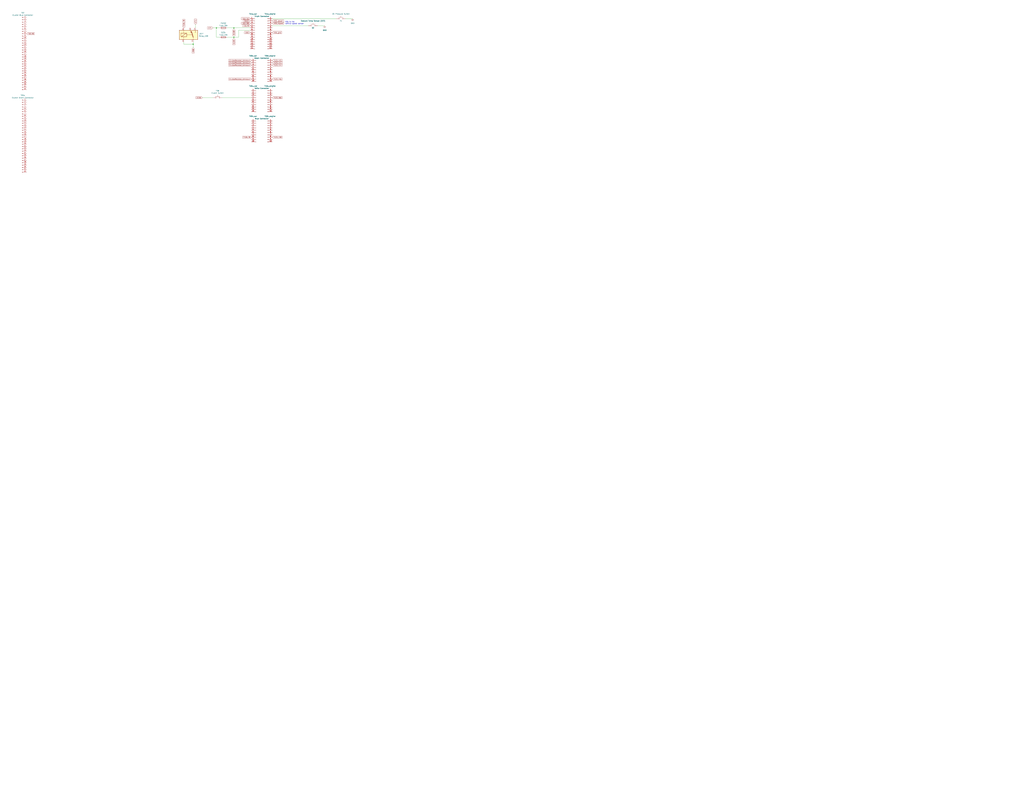
<source format=kicad_sch>
(kicad_sch (version 20230121) (generator eeschema)
  (paper "E")
  (lib_symbols
    (symbol "Connector:Conn_01x10_Pin" (pin_names (offset 1.016) hide)
      (property "Reference" "J" (at 0 12.7 0))
      (property "Value" "Conn_01x10_Pin" (at 0 -15.24 0))
      (symbol "Conn_01x10_Pin_1_1"
        (polyline (pts (xy 1.27 -12.7) (xy 0.8636 -12.7)) (stroke (width 0.1524)))
        (polyline (pts (xy 1.27 -10.16) (xy 0.8636 -10.16)) (stroke (width 0.1524)))
        (polyline (pts (xy 1.27 -7.62) (xy 0.8636 -7.62)) (stroke (width 0.1524)))
        (polyline (pts (xy 1.27 -5.08) (xy 0.8636 -5.08)) (stroke (width 0.1524)))
        (polyline (pts (xy 1.27 -2.54) (xy 0.8636 -2.54)) (stroke (width 0.1524)))
        (polyline (pts (xy 1.27 0) (xy 0.8636 0)) (stroke (width 0.1524)))
        (polyline (pts (xy 1.27 2.54) (xy 0.8636 2.54)) (stroke (width 0.1524)))
        (polyline (pts (xy 1.27 5.08) (xy 0.8636 5.08)) (stroke (width 0.1524)))
        (polyline (pts (xy 1.27 7.62) (xy 0.8636 7.62)) (stroke (width 0.1524)))
        (polyline (pts (xy 1.27 10.16) (xy 0.8636 10.16)) (stroke (width 0.1524)))
        (rectangle (start 0.8636 -12.573) (end 0 -12.827) (stroke (width 0.1524)) (fill (type outline)))
        (rectangle (start 0.8636 -10.033) (end 0 -10.287) (stroke (width 0.1524)) (fill (type outline)))
        (rectangle (start 0.8636 -7.493) (end 0 -7.747) (stroke (width 0.1524)) (fill (type outline)))
        (rectangle (start 0.8636 -4.953) (end 0 -5.207) (stroke (width 0.1524)) (fill (type outline)))
        (rectangle (start 0.8636 -2.413) (end 0 -2.667) (stroke (width 0.1524)) (fill (type outline)))
        (rectangle (start 0.8636 0.127) (end 0 -0.127) (stroke (width 0.1524)) (fill (type outline)))
        (rectangle (start 0.8636 2.667) (end 0 2.413) (stroke (width 0.1524)) (fill (type outline)))
        (rectangle (start 0.8636 5.207) (end 0 4.953) (stroke (width 0.1524)) (fill (type outline)))
        (rectangle (start 0.8636 7.747) (end 0 7.493) (stroke (width 0.1524)) (fill (type outline)))
        (rectangle (start 0.8636 10.287) (end 0 10.033) (stroke (width 0.1524)) (fill (type outline)))
        (pin passive line (at 5.08 10.16 180) (length 3.81) (name "Pin_1") (number "1"))
        (pin passive line (at 5.08 -12.7 180) (length 3.81) (name "Pin_10") (number "10"))
        (pin passive line (at 5.08 7.62 180) (length 3.81) (name "Pin_2") (number "2"))
        (pin passive line (at 5.08 5.08 180) (length 3.81) (name "Pin_3") (number "3"))
        (pin passive line (at 5.08 2.54 180) (length 3.81) (name "Pin_4") (number "4"))
        (pin passive line (at 5.08 0 180) (length 3.81) (name "Pin_5") (number "5"))
        (pin passive line (at 5.08 -2.54 180) (length 3.81) (name "Pin_6") (number "6"))
        (pin passive line (at 5.08 -5.08 180) (length 3.81) (name "Pin_7") (number "7"))
        (pin passive line (at 5.08 -7.62 180) (length 3.81) (name "Pin_8") (number "8"))
        (pin passive line (at 5.08 -10.16 180) (length 3.81) (name "Pin_9") (number "9"))
      )
    )
    (symbol "Connector:Conn_01x10_Socket" (pin_names (offset 1.016) hide)
      (property "Reference" "J" (at 0 12.7 0))
      (property "Value" "Conn_01x10_Socket" (at 0 -15.24 0))
      (symbol "Conn_01x10_Socket_1_1"
        (arc (start 0 -12.192) (mid -0.5058 -12.7) (end 0 -13.208) (stroke (width 0.1524)))
        (arc (start 0 -9.652) (mid -0.5058 -10.16) (end 0 -10.668) (stroke (width 0.1524)))
        (arc (start 0 -7.112) (mid -0.5058 -7.62) (end 0 -8.128) (stroke (width 0.1524)))
        (arc (start 0 -4.572) (mid -0.5058 -5.08) (end 0 -5.588) (stroke (width 0.1524)))
        (arc (start 0 -2.032) (mid -0.5058 -2.54) (end 0 -3.048) (stroke (width 0.1524)))
        (polyline (pts (xy -1.27 -12.7) (xy -0.508 -12.7)) (stroke (width 0.1524)))
        (polyline (pts (xy -1.27 -10.16) (xy -0.508 -10.16)) (stroke (width 0.1524)))
        (polyline (pts (xy -1.27 -7.62) (xy -0.508 -7.62)) (stroke (width 0.1524)))
        (polyline (pts (xy -1.27 -5.08) (xy -0.508 -5.08)) (stroke (width 0.1524)))
        (polyline (pts (xy -1.27 -2.54) (xy -0.508 -2.54)) (stroke (width 0.1524)))
        (polyline (pts (xy -1.27 0) (xy -0.508 0)) (stroke (width 0.1524)))
        (polyline (pts (xy -1.27 2.54) (xy -0.508 2.54)) (stroke (width 0.1524)))
        (polyline (pts (xy -1.27 5.08) (xy -0.508 5.08)) (stroke (width 0.1524)))
        (polyline (pts (xy -1.27 7.62) (xy -0.508 7.62)) (stroke (width 0.1524)))
        (polyline (pts (xy -1.27 10.16) (xy -0.508 10.16)) (stroke (width 0.1524)))
        (arc (start 0 0.508) (mid -0.5058 0) (end 0 -0.508) (stroke (width 0.1524)))
        (arc (start 0 3.048) (mid -0.5058 2.54) (end 0 2.032) (stroke (width 0.1524)))
        (arc (start 0 5.588) (mid -0.5058 5.08) (end 0 4.572) (stroke (width 0.1524)))
        (arc (start 0 8.128) (mid -0.5058 7.62) (end 0 7.112) (stroke (width 0.1524)))
        (arc (start 0 10.668) (mid -0.5058 10.16) (end 0 9.652) (stroke (width 0.1524)))
        (pin passive line (at -5.08 10.16 0) (length 3.81) (name "Pin_1") (number "1"))
        (pin passive line (at -5.08 -12.7 0) (length 3.81) (name "Pin_10") (number "10"))
        (pin passive line (at -5.08 7.62 0) (length 3.81) (name "Pin_2") (number "2"))
        (pin passive line (at -5.08 5.08 0) (length 3.81) (name "Pin_3") (number "3"))
        (pin passive line (at -5.08 2.54 0) (length 3.81) (name "Pin_4") (number "4"))
        (pin passive line (at -5.08 0 0) (length 3.81) (name "Pin_5") (number "5"))
        (pin passive line (at -5.08 -2.54 0) (length 3.81) (name "Pin_6") (number "6"))
        (pin passive line (at -5.08 -5.08 0) (length 3.81) (name "Pin_7") (number "7"))
        (pin passive line (at -5.08 -7.62 0) (length 3.81) (name "Pin_8") (number "8"))
        (pin passive line (at -5.08 -10.16 0) (length 3.81) (name "Pin_9") (number "9"))
      )
    )
    (symbol "Connector:Conn_01x14_Pin" (pin_names (offset 1.016) hide)
      (property "Reference" "J" (at 0 17.78 0))
      (property "Value" "Conn_01x14_Pin" (at 0 -20.32 0))
      (symbol "Conn_01x14_Pin_1_1"
        (polyline (pts (xy 1.27 -17.78) (xy 0.8636 -17.78)) (stroke (width 0.1524)))
        (polyline (pts (xy 1.27 -15.24) (xy 0.8636 -15.24)) (stroke (width 0.1524)))
        (polyline (pts (xy 1.27 -12.7) (xy 0.8636 -12.7)) (stroke (width 0.1524)))
        (polyline (pts (xy 1.27 -10.16) (xy 0.8636 -10.16)) (stroke (width 0.1524)))
        (polyline (pts (xy 1.27 -7.62) (xy 0.8636 -7.62)) (stroke (width 0.1524)))
        (polyline (pts (xy 1.27 -5.08) (xy 0.8636 -5.08)) (stroke (width 0.1524)))
        (polyline (pts (xy 1.27 -2.54) (xy 0.8636 -2.54)) (stroke (width 0.1524)))
        (polyline (pts (xy 1.27 0) (xy 0.8636 0)) (stroke (width 0.1524)))
        (polyline (pts (xy 1.27 2.54) (xy 0.8636 2.54)) (stroke (width 0.1524)))
        (polyline (pts (xy 1.27 5.08) (xy 0.8636 5.08)) (stroke (width 0.1524)))
        (polyline (pts (xy 1.27 7.62) (xy 0.8636 7.62)) (stroke (width 0.1524)))
        (polyline (pts (xy 1.27 10.16) (xy 0.8636 10.16)) (stroke (width 0.1524)))
        (polyline (pts (xy 1.27 12.7) (xy 0.8636 12.7)) (stroke (width 0.1524)))
        (polyline (pts (xy 1.27 15.24) (xy 0.8636 15.24)) (stroke (width 0.1524)))
        (rectangle (start 0.8636 -17.653) (end 0 -17.907) (stroke (width 0.1524)) (fill (type outline)))
        (rectangle (start 0.8636 -15.113) (end 0 -15.367) (stroke (width 0.1524)) (fill (type outline)))
        (rectangle (start 0.8636 -12.573) (end 0 -12.827) (stroke (width 0.1524)) (fill (type outline)))
        (rectangle (start 0.8636 -10.033) (end 0 -10.287) (stroke (width 0.1524)) (fill (type outline)))
        (rectangle (start 0.8636 -7.493) (end 0 -7.747) (stroke (width 0.1524)) (fill (type outline)))
        (rectangle (start 0.8636 -4.953) (end 0 -5.207) (stroke (width 0.1524)) (fill (type outline)))
        (rectangle (start 0.8636 -2.413) (end 0 -2.667) (stroke (width 0.1524)) (fill (type outline)))
        (rectangle (start 0.8636 0.127) (end 0 -0.127) (stroke (width 0.1524)) (fill (type outline)))
        (rectangle (start 0.8636 2.667) (end 0 2.413) (stroke (width 0.1524)) (fill (type outline)))
        (rectangle (start 0.8636 5.207) (end 0 4.953) (stroke (width 0.1524)) (fill (type outline)))
        (rectangle (start 0.8636 7.747) (end 0 7.493) (stroke (width 0.1524)) (fill (type outline)))
        (rectangle (start 0.8636 10.287) (end 0 10.033) (stroke (width 0.1524)) (fill (type outline)))
        (rectangle (start 0.8636 12.827) (end 0 12.573) (stroke (width 0.1524)) (fill (type outline)))
        (rectangle (start 0.8636 15.367) (end 0 15.113) (stroke (width 0.1524)) (fill (type outline)))
        (pin passive line (at 5.08 15.24 180) (length 3.81) (name "Pin_1") (number "1"))
        (pin passive line (at 5.08 -7.62 180) (length 3.81) (name "Pin_10") (number "10"))
        (pin passive line (at 5.08 -10.16 180) (length 3.81) (name "Pin_11") (number "11"))
        (pin passive line (at 5.08 -12.7 180) (length 3.81) (name "Pin_12") (number "12"))
        (pin passive line (at 5.08 -15.24 180) (length 3.81) (name "Pin_13") (number "13"))
        (pin passive line (at 5.08 -17.78 180) (length 3.81) (name "Pin_14") (number "14"))
        (pin passive line (at 5.08 12.7 180) (length 3.81) (name "Pin_2") (number "2"))
        (pin passive line (at 5.08 10.16 180) (length 3.81) (name "Pin_3") (number "3"))
        (pin passive line (at 5.08 7.62 180) (length 3.81) (name "Pin_4") (number "4"))
        (pin passive line (at 5.08 5.08 180) (length 3.81) (name "Pin_5") (number "5"))
        (pin passive line (at 5.08 2.54 180) (length 3.81) (name "Pin_6") (number "6"))
        (pin passive line (at 5.08 0 180) (length 3.81) (name "Pin_7") (number "7"))
        (pin passive line (at 5.08 -2.54 180) (length 3.81) (name "Pin_8") (number "8"))
        (pin passive line (at 5.08 -5.08 180) (length 3.81) (name "Pin_9") (number "9"))
      )
    )
    (symbol "Connector:Conn_01x14_Socket" (pin_names (offset 1.016) hide)
      (property "Reference" "J" (at 0 17.78 0))
      (property "Value" "Conn_01x14_Socket" (at 0 -20.32 0))
      (symbol "Conn_01x14_Socket_1_1"
        (arc (start 0 -17.272) (mid -0.5058 -17.78) (end 0 -18.288) (stroke (width 0.1524)))
        (arc (start 0 -14.732) (mid -0.5058 -15.24) (end 0 -15.748) (stroke (width 0.1524)))
        (arc (start 0 -12.192) (mid -0.5058 -12.7) (end 0 -13.208) (stroke (width 0.1524)))
        (arc (start 0 -9.652) (mid -0.5058 -10.16) (end 0 -10.668) (stroke (width 0.1524)))
        (arc (start 0 -7.112) (mid -0.5058 -7.62) (end 0 -8.128) (stroke (width 0.1524)))
        (arc (start 0 -4.572) (mid -0.5058 -5.08) (end 0 -5.588) (stroke (width 0.1524)))
        (arc (start 0 -2.032) (mid -0.5058 -2.54) (end 0 -3.048) (stroke (width 0.1524)))
        (polyline (pts (xy -1.27 -17.78) (xy -0.508 -17.78)) (stroke (width 0.1524)))
        (polyline (pts (xy -1.27 -15.24) (xy -0.508 -15.24)) (stroke (width 0.1524)))
        (polyline (pts (xy -1.27 -12.7) (xy -0.508 -12.7)) (stroke (width 0.1524)))
        (polyline (pts (xy -1.27 -10.16) (xy -0.508 -10.16)) (stroke (width 0.1524)))
        (polyline (pts (xy -1.27 -7.62) (xy -0.508 -7.62)) (stroke (width 0.1524)))
        (polyline (pts (xy -1.27 -5.08) (xy -0.508 -5.08)) (stroke (width 0.1524)))
        (polyline (pts (xy -1.27 -2.54) (xy -0.508 -2.54)) (stroke (width 0.1524)))
        (polyline (pts (xy -1.27 0) (xy -0.508 0)) (stroke (width 0.1524)))
        (polyline (pts (xy -1.27 2.54) (xy -0.508 2.54)) (stroke (width 0.1524)))
        (polyline (pts (xy -1.27 5.08) (xy -0.508 5.08)) (stroke (width 0.1524)))
        (polyline (pts (xy -1.27 7.62) (xy -0.508 7.62)) (stroke (width 0.1524)))
        (polyline (pts (xy -1.27 10.16) (xy -0.508 10.16)) (stroke (width 0.1524)))
        (polyline (pts (xy -1.27 12.7) (xy -0.508 12.7)) (stroke (width 0.1524)))
        (polyline (pts (xy -1.27 15.24) (xy -0.508 15.24)) (stroke (width 0.1524)))
        (arc (start 0 0.508) (mid -0.5058 0) (end 0 -0.508) (stroke (width 0.1524)))
        (arc (start 0 3.048) (mid -0.5058 2.54) (end 0 2.032) (stroke (width 0.1524)))
        (arc (start 0 5.588) (mid -0.5058 5.08) (end 0 4.572) (stroke (width 0.1524)))
        (arc (start 0 8.128) (mid -0.5058 7.62) (end 0 7.112) (stroke (width 0.1524)))
        (arc (start 0 10.668) (mid -0.5058 10.16) (end 0 9.652) (stroke (width 0.1524)))
        (arc (start 0 13.208) (mid -0.5058 12.7) (end 0 12.192) (stroke (width 0.1524)))
        (arc (start 0 15.748) (mid -0.5058 15.24) (end 0 14.732) (stroke (width 0.1524)))
        (pin passive line (at -5.08 15.24 0) (length 3.81) (name "Pin_1") (number "1"))
        (pin passive line (at -5.08 -7.62 0) (length 3.81) (name "Pin_10") (number "10"))
        (pin passive line (at -5.08 -10.16 0) (length 3.81) (name "Pin_11") (number "11"))
        (pin passive line (at -5.08 -12.7 0) (length 3.81) (name "Pin_12") (number "12"))
        (pin passive line (at -5.08 -15.24 0) (length 3.81) (name "Pin_13") (number "13"))
        (pin passive line (at -5.08 -17.78 0) (length 3.81) (name "Pin_14") (number "14"))
        (pin passive line (at -5.08 12.7 0) (length 3.81) (name "Pin_2") (number "2"))
        (pin passive line (at -5.08 10.16 0) (length 3.81) (name "Pin_3") (number "3"))
        (pin passive line (at -5.08 7.62 0) (length 3.81) (name "Pin_4") (number "4"))
        (pin passive line (at -5.08 5.08 0) (length 3.81) (name "Pin_5") (number "5"))
        (pin passive line (at -5.08 2.54 0) (length 3.81) (name "Pin_6") (number "6"))
        (pin passive line (at -5.08 0 0) (length 3.81) (name "Pin_7") (number "7"))
        (pin passive line (at -5.08 -2.54 0) (length 3.81) (name "Pin_8") (number "8"))
        (pin passive line (at -5.08 -5.08 0) (length 3.81) (name "Pin_9") (number "9"))
      )
    )
    (symbol "Connector:Conn_01x32_Pin" (pin_names (offset 1.016) hide)
      (property "Reference" "J" (at 0 40.64 0))
      (property "Value" "Conn_01x32_Pin" (at 0 -43.18 0))
      (symbol "Conn_01x32_Pin_1_1"
        (polyline (pts (xy 1.27 -40.64) (xy 0.8636 -40.64)) (stroke (width 0.1524)))
        (polyline (pts (xy 1.27 -38.1) (xy 0.8636 -38.1)) (stroke (width 0.1524)))
        (polyline (pts (xy 1.27 -35.56) (xy 0.8636 -35.56)) (stroke (width 0.1524)))
        (polyline (pts (xy 1.27 -33.02) (xy 0.8636 -33.02)) (stroke (width 0.1524)))
        (polyline (pts (xy 1.27 -30.48) (xy 0.8636 -30.48)) (stroke (width 0.1524)))
        (polyline (pts (xy 1.27 -27.94) (xy 0.8636 -27.94)) (stroke (width 0.1524)))
        (polyline (pts (xy 1.27 -25.4) (xy 0.8636 -25.4)) (stroke (width 0.1524)))
        (polyline (pts (xy 1.27 -22.86) (xy 0.8636 -22.86)) (stroke (width 0.1524)))
        (polyline (pts (xy 1.27 -20.32) (xy 0.8636 -20.32)) (stroke (width 0.1524)))
        (polyline (pts (xy 1.27 -17.78) (xy 0.8636 -17.78)) (stroke (width 0.1524)))
        (polyline (pts (xy 1.27 -15.24) (xy 0.8636 -15.24)) (stroke (width 0.1524)))
        (polyline (pts (xy 1.27 -12.7) (xy 0.8636 -12.7)) (stroke (width 0.1524)))
        (polyline (pts (xy 1.27 -10.16) (xy 0.8636 -10.16)) (stroke (width 0.1524)))
        (polyline (pts (xy 1.27 -7.62) (xy 0.8636 -7.62)) (stroke (width 0.1524)))
        (polyline (pts (xy 1.27 -5.08) (xy 0.8636 -5.08)) (stroke (width 0.1524)))
        (polyline (pts (xy 1.27 -2.54) (xy 0.8636 -2.54)) (stroke (width 0.1524)))
        (polyline (pts (xy 1.27 0) (xy 0.8636 0)) (stroke (width 0.1524)))
        (polyline (pts (xy 1.27 2.54) (xy 0.8636 2.54)) (stroke (width 0.1524)))
        (polyline (pts (xy 1.27 5.08) (xy 0.8636 5.08)) (stroke (width 0.1524)))
        (polyline (pts (xy 1.27 7.62) (xy 0.8636 7.62)) (stroke (width 0.1524)))
        (polyline (pts (xy 1.27 10.16) (xy 0.8636 10.16)) (stroke (width 0.1524)))
        (polyline (pts (xy 1.27 12.7) (xy 0.8636 12.7)) (stroke (width 0.1524)))
        (polyline (pts (xy 1.27 15.24) (xy 0.8636 15.24)) (stroke (width 0.1524)))
        (polyline (pts (xy 1.27 17.78) (xy 0.8636 17.78)) (stroke (width 0.1524)))
        (polyline (pts (xy 1.27 20.32) (xy 0.8636 20.32)) (stroke (width 0.1524)))
        (polyline (pts (xy 1.27 22.86) (xy 0.8636 22.86)) (stroke (width 0.1524)))
        (polyline (pts (xy 1.27 25.4) (xy 0.8636 25.4)) (stroke (width 0.1524)))
        (polyline (pts (xy 1.27 27.94) (xy 0.8636 27.94)) (stroke (width 0.1524)))
        (polyline (pts (xy 1.27 30.48) (xy 0.8636 30.48)) (stroke (width 0.1524)))
        (polyline (pts (xy 1.27 33.02) (xy 0.8636 33.02)) (stroke (width 0.1524)))
        (polyline (pts (xy 1.27 35.56) (xy 0.8636 35.56)) (stroke (width 0.1524)))
        (polyline (pts (xy 1.27 38.1) (xy 0.8636 38.1)) (stroke (width 0.1524)))
        (rectangle (start 0.8636 -40.513) (end 0 -40.767) (stroke (width 0.1524)) (fill (type outline)))
        (rectangle (start 0.8636 -37.973) (end 0 -38.227) (stroke (width 0.1524)) (fill (type outline)))
        (rectangle (start 0.8636 -35.433) (end 0 -35.687) (stroke (width 0.1524)) (fill (type outline)))
        (rectangle (start 0.8636 -32.893) (end 0 -33.147) (stroke (width 0.1524)) (fill (type outline)))
        (rectangle (start 0.8636 -30.353) (end 0 -30.607) (stroke (width 0.1524)) (fill (type outline)))
        (rectangle (start 0.8636 -27.813) (end 0 -28.067) (stroke (width 0.1524)) (fill (type outline)))
        (rectangle (start 0.8636 -25.273) (end 0 -25.527) (stroke (width 0.1524)) (fill (type outline)))
        (rectangle (start 0.8636 -22.733) (end 0 -22.987) (stroke (width 0.1524)) (fill (type outline)))
        (rectangle (start 0.8636 -20.193) (end 0 -20.447) (stroke (width 0.1524)) (fill (type outline)))
        (rectangle (start 0.8636 -17.653) (end 0 -17.907) (stroke (width 0.1524)) (fill (type outline)))
        (rectangle (start 0.8636 -15.113) (end 0 -15.367) (stroke (width 0.1524)) (fill (type outline)))
        (rectangle (start 0.8636 -12.573) (end 0 -12.827) (stroke (width 0.1524)) (fill (type outline)))
        (rectangle (start 0.8636 -10.033) (end 0 -10.287) (stroke (width 0.1524)) (fill (type outline)))
        (rectangle (start 0.8636 -7.493) (end 0 -7.747) (stroke (width 0.1524)) (fill (type outline)))
        (rectangle (start 0.8636 -4.953) (end 0 -5.207) (stroke (width 0.1524)) (fill (type outline)))
        (rectangle (start 0.8636 -2.413) (end 0 -2.667) (stroke (width 0.1524)) (fill (type outline)))
        (rectangle (start 0.8636 0.127) (end 0 -0.127) (stroke (width 0.1524)) (fill (type outline)))
        (rectangle (start 0.8636 2.667) (end 0 2.413) (stroke (width 0.1524)) (fill (type outline)))
        (rectangle (start 0.8636 5.207) (end 0 4.953) (stroke (width 0.1524)) (fill (type outline)))
        (rectangle (start 0.8636 7.747) (end 0 7.493) (stroke (width 0.1524)) (fill (type outline)))
        (rectangle (start 0.8636 10.287) (end 0 10.033) (stroke (width 0.1524)) (fill (type outline)))
        (rectangle (start 0.8636 12.827) (end 0 12.573) (stroke (width 0.1524)) (fill (type outline)))
        (rectangle (start 0.8636 15.367) (end 0 15.113) (stroke (width 0.1524)) (fill (type outline)))
        (rectangle (start 0.8636 17.907) (end 0 17.653) (stroke (width 0.1524)) (fill (type outline)))
        (rectangle (start 0.8636 20.447) (end 0 20.193) (stroke (width 0.1524)) (fill (type outline)))
        (rectangle (start 0.8636 22.987) (end 0 22.733) (stroke (width 0.1524)) (fill (type outline)))
        (rectangle (start 0.8636 25.527) (end 0 25.273) (stroke (width 0.1524)) (fill (type outline)))
        (rectangle (start 0.8636 28.067) (end 0 27.813) (stroke (width 0.1524)) (fill (type outline)))
        (rectangle (start 0.8636 30.607) (end 0 30.353) (stroke (width 0.1524)) (fill (type outline)))
        (rectangle (start 0.8636 33.147) (end 0 32.893) (stroke (width 0.1524)) (fill (type outline)))
        (rectangle (start 0.8636 35.687) (end 0 35.433) (stroke (width 0.1524)) (fill (type outline)))
        (rectangle (start 0.8636 38.227) (end 0 37.973) (stroke (width 0.1524)) (fill (type outline)))
        (pin passive line (at 5.08 38.1 180) (length 3.81) (name "Pin_1") (number "1"))
        (pin passive line (at 5.08 15.24 180) (length 3.81) (name "Pin_10") (number "10"))
        (pin passive line (at 5.08 12.7 180) (length 3.81) (name "Pin_11") (number "11"))
        (pin passive line (at 5.08 10.16 180) (length 3.81) (name "Pin_12") (number "12"))
        (pin passive line (at 5.08 7.62 180) (length 3.81) (name "Pin_13") (number "13"))
        (pin passive line (at 5.08 5.08 180) (length 3.81) (name "Pin_14") (number "14"))
        (pin passive line (at 5.08 2.54 180) (length 3.81) (name "Pin_15") (number "15"))
        (pin passive line (at 5.08 0 180) (length 3.81) (name "Pin_16") (number "16"))
        (pin passive line (at 5.08 -2.54 180) (length 3.81) (name "Pin_17") (number "17"))
        (pin passive line (at 5.08 -5.08 180) (length 3.81) (name "Pin_18") (number "18"))
        (pin passive line (at 5.08 -7.62 180) (length 3.81) (name "Pin_19") (number "19"))
        (pin passive line (at 5.08 35.56 180) (length 3.81) (name "Pin_2") (number "2"))
        (pin passive line (at 5.08 -10.16 180) (length 3.81) (name "Pin_20") (number "20"))
        (pin passive line (at 5.08 -12.7 180) (length 3.81) (name "Pin_21") (number "21"))
        (pin passive line (at 5.08 -15.24 180) (length 3.81) (name "Pin_22") (number "22"))
        (pin passive line (at 5.08 -17.78 180) (length 3.81) (name "Pin_23") (number "23"))
        (pin passive line (at 5.08 -20.32 180) (length 3.81) (name "Pin_24") (number "24"))
        (pin passive line (at 5.08 -22.86 180) (length 3.81) (name "Pin_25") (number "25"))
        (pin passive line (at 5.08 -25.4 180) (length 3.81) (name "Pin_26") (number "26"))
        (pin passive line (at 5.08 -27.94 180) (length 3.81) (name "Pin_27") (number "27"))
        (pin passive line (at 5.08 -30.48 180) (length 3.81) (name "Pin_28") (number "28"))
        (pin passive line (at 5.08 -33.02 180) (length 3.81) (name "Pin_29") (number "29"))
        (pin passive line (at 5.08 33.02 180) (length 3.81) (name "Pin_3") (number "3"))
        (pin passive line (at 5.08 -35.56 180) (length 3.81) (name "Pin_30") (number "30"))
        (pin passive line (at 5.08 -38.1 180) (length 3.81) (name "Pin_31") (number "31"))
        (pin passive line (at 5.08 -40.64 180) (length 3.81) (name "Pin_32") (number "32"))
        (pin passive line (at 5.08 30.48 180) (length 3.81) (name "Pin_4") (number "4"))
        (pin passive line (at 5.08 27.94 180) (length 3.81) (name "Pin_5") (number "5"))
        (pin passive line (at 5.08 25.4 180) (length 3.81) (name "Pin_6") (number "6"))
        (pin passive line (at 5.08 22.86 180) (length 3.81) (name "Pin_7") (number "7"))
        (pin passive line (at 5.08 20.32 180) (length 3.81) (name "Pin_8") (number "8"))
        (pin passive line (at 5.08 17.78 180) (length 3.81) (name "Pin_9") (number "9"))
      )
    )
    (symbol "Device:Fuse" (pin_numbers hide) (pin_names (offset 0))
      (property "Reference" "F" (at 2.032 0 90))
      (property "Value" "Fuse" (at -1.905 0 90))
      (symbol "Fuse_0_1"
        (rectangle (start -0.762 -2.54) (end 0.762 2.54) (stroke (width 0.254)))
        (polyline (pts (xy 0 2.54) (xy 0 -2.54)))
      )
      (symbol "Fuse_1_1"
        (pin passive line (at 0 3.81 270) (length 1.27) (name "~") (number "1"))
        (pin passive line (at 0 -3.81 90) (length 1.27) (name "~") (number "2"))
      )
    )
    (symbol "Relay:Relay_SPDT"
      (property "Reference" "K" (at 11.43 3.81 0))
      (property "Value" "Relay_SPDT" (at 11.43 1.27 0))
      (symbol "Relay_SPDT_0_0"
        (polyline (pts (xy 7.62 5.08) (xy 7.62 2.54) (xy 6.985 3.175) (xy 7.62 3.81)))
      )
      (symbol "Relay_SPDT_0_1"
        (rectangle (start -10.16 5.08) (end 10.16 -5.08) (stroke (width 0.254)) (fill (type background)))
        (rectangle (start -8.255 1.905) (end -1.905 -1.905) (stroke (width 0.254)))
        (polyline (pts (xy -7.62 -1.905) (xy -2.54 1.905)) (stroke (width 0.254)))
        (polyline (pts (xy -5.08 -5.08) (xy -5.08 -1.905)))
        (polyline (pts (xy -5.08 5.08) (xy -5.08 1.905)))
        (polyline (pts (xy -1.905 0) (xy -1.27 0)) (stroke (width 0.254)))
        (polyline (pts (xy -0.635 0) (xy 0 0)) (stroke (width 0.254)))
        (polyline (pts (xy 0.635 0) (xy 1.27 0)) (stroke (width 0.254)))
        (polyline (pts (xy 1.905 0) (xy 2.54 0)) (stroke (width 0.254)))
        (polyline (pts (xy 3.175 0) (xy 3.81 0)) (stroke (width 0.254)))
        (polyline (pts (xy 5.08 -2.54) (xy 3.175 3.81)) (stroke (width 0.508)))
        (polyline (pts (xy 5.08 -2.54) (xy 5.08 -5.08)))
        (polyline (pts (xy 2.54 5.08) (xy 2.54 2.54) (xy 3.175 3.175) (xy 2.54 3.81)) (fill (type outline)))
      )
      (symbol "Relay_SPDT_1_1"
        (pin passive line (at 5.08 -7.62 90) (length 2.54) (name "~") (number "11"))
        (pin passive line (at 2.54 7.62 270) (length 2.54) (name "~") (number "12"))
        (pin passive line (at 7.62 7.62 270) (length 2.54) (name "~") (number "14"))
        (pin passive line (at -5.08 7.62 270) (length 2.54) (name "~") (number "A1"))
        (pin passive line (at -5.08 -7.62 90) (length 2.54) (name "~") (number "A2"))
      )
    )
    (symbol "Switch:SW_Push" (pin_numbers hide) (pin_names (offset 1.016) hide)
      (property "Reference" "SW" (at 1.27 2.54 0))
      (property "Value" "SW_Push" (at 0 -1.524 0))
      (symbol "SW_Push_0_1"
        (circle (center -2.032 0) (radius 0.508))
        (polyline (pts (xy 0 1.27) (xy 0 3.048)))
        (polyline (pts (xy 2.54 1.27) (xy -2.54 1.27)))
        (circle (center 2.032 0) (radius 0.508))
        (pin passive line (at -5.08 0 0) (length 2.54) (name "1") (number "1"))
        (pin passive line (at 5.08 0 180) (length 2.54) (name "2") (number "2"))
      )
    )
    (symbol "Switch:SW_Push_Open" (pin_numbers hide) (pin_names (offset 1.016) hide)
      (property "Reference" "SW" (at 0 2.54 0))
      (property "Value" "SW_Push_Open" (at 0 -1.905 0))
      (symbol "SW_Push_Open_0_1"
        (circle (center -2.032 0) (radius 0.508))
        (polyline (pts (xy -2.54 -0.635) (xy 2.54 -0.635)))
        (polyline (pts (xy 0 -0.635) (xy 0 1.27)))
        (circle (center 2.032 0) (radius 0.508))
        (pin passive line (at -5.08 0 0) (length 2.54) (name "A") (number "1"))
      )
      (symbol "SW_Push_Open_1_1"
        (pin passive line (at 5.08 0 180) (length 2.54) (name "B") (number "2"))
      )
    )
    (symbol "power:GND" (power) (pin_names (offset 0))
      (property "Value" "GND" (at 0 -3.81 0))
      (symbol "GND_0_1"
        (polyline (pts (xy 0 0) (xy 0 -1.27) (xy 1.27 -1.27) (xy 0 -2.54) (xy -1.27 -1.27) (xy 0 -1.27)))
      )
      (symbol "GND_1_1"
        (pin power_in line (at 0 0 270) (length 0) hide (name "GND") (number "1"))
      )
    )
  )
  (junction (at 255.27 30.48))
  (junction (at 236.22 30.48))
  (junction (at 255.27 40.64))
  (junction (at 210.82 48.26))
  (wire (pts (xy 377.19 20.32) (xy 384.81 20.32)))
  (wire (pts (xy 236.22 30.48) (xy 240.03 30.48)))
  (wire (pts (xy 232.41 30.48) (xy 236.22 30.48)))
  (wire (pts (xy 297.18 27.94) (xy 336.55 27.94)))
  (wire (pts (xy 247.65 30.48) (xy 255.27 30.48)))
  (wire (pts (xy 260.35 33.02) (xy 273.05 33.02)))
  (wire (pts (xy 255.27 40.64) (xy 260.35 40.64)))
  (wire (pts (xy 255.27 40.64) (xy 255.27 41.91)))
  (wire (pts (xy 200.66 45.72) (xy 200.66 48.26)))
  (wire (pts (xy 200.66 48.26) (xy 210.82 48.26)))
  (wire (pts (xy 255.27 31.75) (xy 255.27 30.48)))
  (wire (pts (xy 297.18 20.32) (xy 367.03 20.32)))
  (wire (pts (xy 210.82 48.26) (xy 210.82 45.72)))
  (wire (pts (xy 346.71 27.94) (xy 354.33 27.94)))
  (wire (pts (xy 210.82 48.26) (xy 210.82 52.07)))
  (wire (pts (xy 242.57 106.68) (xy 274.32 106.68)))
  (wire (pts (xy 260.35 40.64) (xy 260.35 33.02)))
  (wire (pts (xy 236.22 40.64) (xy 236.22 30.48)))
  (wire (pts (xy 247.65 40.64) (xy 255.27 40.64)))
  (wire (pts (xy 213.36 26.67) (xy 213.36 30.48)))
  (wire (pts (xy 255.27 30.48) (xy 273.05 30.48)))
  (wire (pts (xy 240.03 40.64) (xy 236.22 40.64)))
  (wire (pts (xy 220.98 106.68) (xy 232.41 106.68)))
  (text "VSS is the\nvehicle speed sensor" (at 311.15 26.67 0) (effects (font (size 1.27 1.27)) (justify left bottom)))
  (global_label "T32{slash}28" (shape input) (at 273.05 25.4 180) (property "Intersheetrefs" "${INTERSHEET_REFS}" (effects hide)))
  (global_label "T32{slash}8" (shape input) (at 29.21 36.83 0) (property "Intersheetrefs" "${INTERSHEET_REFS}" (effects hide)))
  (global_label "A98" (shape input) (at 210.82 52.07 270) (property "Intersheetrefs" "${INTERSHEET_REFS}" (effects hide)))
  (global_label "T121{slash}18" (shape input) (at 297.18 149.86 0) (property "Intersheetrefs" "${INTERSHEET_REFS}" (effects hide)))
  (global_label "T121{slash}14" (shape input) (at 297.18 71.12 0) (property "Intersheetrefs" "${INTERSHEET_REFS}" (effects hide)))
  (global_label "A71" (shape input) (at 232.41 30.48 180) (property "Intersheetrefs" "${INTERSHEET_REFS}" (effects hide)))
  (global_label "B163" (shape input) (at 273.05 22.86 180) (property "Intersheetrefs" "${INTERSHEET_REFS}" (effects hide)))
  (global_label "T121{slash}66" (shape input) (at 297.18 106.68 0) (property "Intersheetrefs" "${INTERSHEET_REFS}" (effects hide)))
  (global_label "CruiseRelated_Unknown" (shape input) (at 274.32 86.36 180) (property "Intersheetrefs" "${INTERSHEET_REFS}" (effects hide)))
  (global_label "T10h{slash}8" (shape input) (at 200.66 30.48 90) (property "Intersheetrefs" "${INTERSHEET_REFS}" (effects hide)))
  (global_label "A100" (shape input) (at 255.27 41.91 270) (property "Intersheetrefs" "${INTERSHEET_REFS}" (effects hide)))
  (global_label "T10h{slash}8" (shape input) (at 274.32 149.86 180) (property "Intersheetrefs" "${INTERSHEET_REFS}" (effects hide)))
  (global_label "VSS_gnd" (shape input) (at 297.18 35.56 0) (property "Intersheetrefs" "${INTERSHEET_REFS}" (effects hide)))
  (global_label "T121{slash}46" (shape input) (at 297.18 86.36 0) (property "Intersheetrefs" "${INTERSHEET_REFS}" (effects hide)))
  (global_label "T121{slash}45" (shape input) (at 297.18 66.04 0) (property "Intersheetrefs" "${INTERSHEET_REFS}" (effects hide)))
  (global_label "VSS_signal" (shape input) (at 297.18 25.4 0) (property "Intersheetrefs" "${INTERSHEET_REFS}" (effects hide)))
  (global_label "CruiseRelated_Unknown" (shape input) (at 274.32 68.58 180) (property "Intersheetrefs" "${INTERSHEET_REFS}" (effects hide)))
  (global_label "CruiseRelated_Unknown" (shape input) (at 274.32 66.04 180) (property "Intersheetrefs" "${INTERSHEET_REFS}" (effects hide)))
  (global_label "VSS_power" (shape input) (at 297.18 22.86 0) (property "Intersheetrefs" "${INTERSHEET_REFS}" (effects hide)))
  (global_label "GND" (shape input) (at 273.05 35.56 180) (property "Intersheetrefs" "${INTERSHEET_REFS}" (effects hide)))
  (global_label "B168" (shape input) (at 255.27 31.75 270) (property "Intersheetrefs" "${INTERSHEET_REFS}" (effects hide)))
  (global_label "T32{slash}8" (shape input) (at 273.05 27.94 180) (property "Intersheetrefs" "${INTERSHEET_REFS}" (effects hide)))
  (global_label "T121{slash}44" (shape input) (at 297.18 68.58 0) (property "Intersheetrefs" "${INTERSHEET_REFS}" (effects hide)))
  (global_label "A71" (shape input) (at 213.36 26.67 90) (property "Intersheetrefs" "${INTERSHEET_REFS}" (effects hide)))
  (global_label "T32{slash}10" (shape input) (at 273.05 20.32 180) (property "Intersheetrefs" "${INTERSHEET_REFS}" (effects hide)))
  (global_label "CruiseRelated_Unknown" (shape input) (at 274.32 71.12 180) (property "Intersheetrefs" "${INTERSHEET_REFS}" (effects hide)))
  (global_label "A155" (shape input) (at 220.98 106.68 180) (property "Intersheetrefs" "${INTERSHEET_REFS}" (effects hide)))
  (symbol (lib_id "Relay:Relay_SPDT") (at 205.74 38.1 0) (unit 1)
    (property "Reference" "J317" (at 217.17 36.83 0) (effects (justify left)))
    (property "Value" "Relay_109" (at 217.17 39.37 0) (effects (justify left)))
  )
  (symbol (lib_id "Connector:Conn_01x32_Pin") (at 24.13 57.15 0) (unit 1)
    (property "Reference" "T32" (at 24.765 13.97 0))
    (property "Value" "Cluster Blue Connector" (at 24.765 16.51 0))
  )
  (symbol (lib_id "power:GND") (at 354.33 27.94 0) (unit 1)
    (property "Reference" "#PWR01" (effects hide))
    (property "Value" "GND" (at 354.33 33.02 0))
  )
  (symbol (lib_id "Connector:Conn_01x10_Pin") (at 292.1 109.22 0) (unit 1)
    (property "Reference" "T10w_engine" (at 294.64 93.98 0))
    (property "Value" "White Connector" (at 285.75 96.52 0))
  )
  (symbol (lib_id "Connector:Conn_01x10_Pin") (at 292.1 76.2 0) (unit 1)
    (property "Reference" "T10e_engine" (at 294.64 60.96 0))
    (property "Value" "Black Connector" (at 285.75 63.5 0))
  )
  (symbol (lib_id "Connector:Conn_01x10_Pin") (at 292.1 142.24 0) (unit 1)
    (property "Reference" "T10h_engine" (at 294.64 127 0))
    (property "Value" "Blue Connector" (at 285.75 129.54 0))
  )
  (symbol (lib_id "Connector:Conn_01x10_Socket") (at 279.4 109.22 0) (unit 1)
    (property "Reference" "T10w_car" (at 271.78 93.98 0) (effects (justify left)))
    (property "Value" "Conn_01x10_Socket" (effects hide))
  )
  (symbol (lib_id "Switch:SW_Push") (at 372.11 20.32 0) (unit 1)
    (property "Reference" "F1" (at 372.11 22.86 0))
    (property "Value" "Oil Pressure Switch" (at 372.11 15.24 0))
  )
  (symbol (lib_id "Device:Fuse") (at 243.84 30.48 90) (unit 1)
    (property "Reference" "FS232" (at 243.84 25.4 90))
    (property "Value" "Fuse_30A" (at 243.84 27.94 90))
  )
  (symbol (lib_id "Switch:SW_Push") (at 341.63 27.94 0) (unit 1)
    (property "Reference" "G2" (at 341.63 30.48 0))
    (property "Value" "Coolant Temp Sensor (ECT)" (at 341.63 22.86 0))
  )
  (symbol (lib_id "Switch:SW_Push_Open") (at 332.74 -5.08 0) (unit 1)
    (property "Reference" "SW1" (at 332.74 -11.43 0))
    (property "Value" "SW_Push_Open" (at 332.74 -8.89 0))
  )
  (symbol (lib_id "power:GND") (at 384.81 20.32 0) (unit 1)
    (property "Reference" "#PWR02" (effects hide))
    (property "Value" "GND" (at 384.81 25.4 0))
  )
  (symbol (lib_id "Device:Fuse") (at 243.84 40.64 90) (unit 1)
    (property "Reference" "S234" (at 243.84 35.56 90))
    (property "Value" "Fuse_10A" (at 243.84 38.1 90))
  )
  (symbol (lib_id "Connector:Conn_01x14_Socket") (at 278.13 35.56 0) (unit 1)
    (property "Reference" "T14a_car" (at 271.78 15.24 0) (effects (justify left)))
    (property "Value" "14pin Connector" (effects hide))
  )
  (symbol (lib_id "Connector:Conn_01x14_Pin") (at 292.1 35.56 0) (unit 1)
    (property "Reference" "T14a_engine" (at 294.64 15.24 0))
    (property "Value" "14pin Connector" (at 285.75 17.78 0))
  )
  (symbol (lib_id "Connector:Conn_01x10_Socket") (at 279.4 142.24 0) (unit 1)
    (property "Reference" "T10h_car" (at 271.78 127 0) (effects (justify left)))
    (property "Value" "Conn_01x10_Socket" (effects hide))
  )
  (symbol (lib_id "Connector:Conn_01x10_Socket") (at 279.4 76.2 0) (unit 1)
    (property "Reference" "T10e_car" (at 271.78 60.96 0) (effects (justify left)))
    (property "Value" "Conn_01x10_Socket" (effects hide))
  )
  (symbol (lib_id "Switch:SW_Push") (at 237.49 106.68 0) (unit 1)
    (property "Reference" "F36" (at 237.49 99.06 0))
    (property "Value" "Clutch Switch" (at 237.49 101.6 0))
  )
  (symbol (lib_id "Switch:SW_Push") (at 309.88 -5.08 0) (unit 1)
    (property "Reference" "SW2" (at 309.88 -11.43 0))
    (property "Value" "SW_Push" (at 309.88 -8.89 0))
  )
  (symbol (lib_id "Connector:Conn_01x32_Pin") (at 24.13 147.32 0) (unit 1)
    (property "Reference" "T32a" (at 24.765 104.14 0))
    (property "Value" "Cluster Green Connector" (at 24.765 106.68 0))
  )
)
</source>
